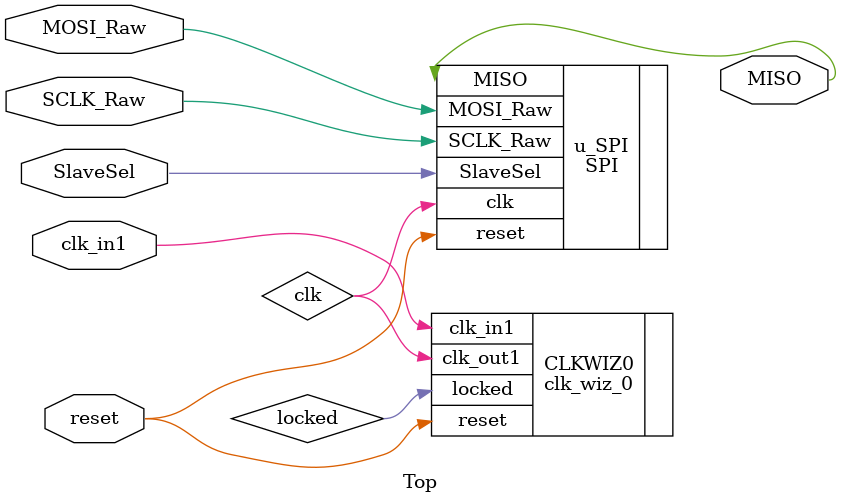
<source format=v>
`timescale 1ns / 1ps

module Top(
    input reset,
    input MOSI_Raw,
    input SlaveSel,
    input clk_in1,
    input SCLK_Raw,
    output MISO
    );
    
    wire clk;
    wire locked;
    
    SPI u_SPI(
        .MISO(MISO),
        .MOSI_Raw(MOSI_Raw),
        .SlaveSel(SlaveSel),
        .clk(clk),
        .reset(reset),
        .SCLK_Raw(SCLK_Raw)
        
        //For RAM
        //.Buffer_DataIn(), //DEBUG Changed this to 16 bits
        //.FIFO_OutRTR()
    );
    
    clk_wiz_0 CLKWIZ0(.clk_out1(clk), .reset(reset), .locked(locked), .clk_in1(clk_in1));
    
endmodule

</source>
